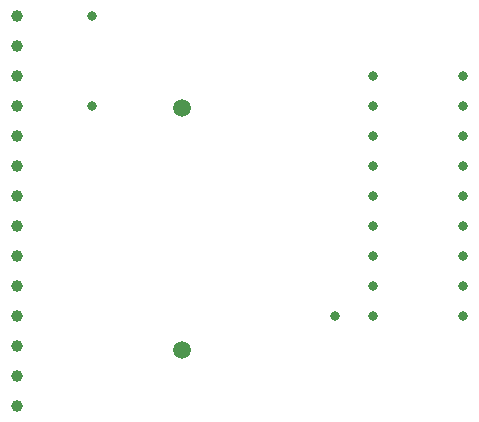
<source format=gbr>
%TF.GenerationSoftware,KiCad,Pcbnew,7.0.1*%
%TF.CreationDate,2023-12-31T17:03:57+01:00*%
%TF.ProjectId,ami_rtc,616d695f-7274-4632-9e6b-696361645f70,rev?*%
%TF.SameCoordinates,PX5125ed0PY5544200*%
%TF.FileFunction,Plated,1,2,PTH,Drill*%
%TF.FilePolarity,Positive*%
%FSLAX46Y46*%
G04 Gerber Fmt 4.6, Leading zero omitted, Abs format (unit mm)*
G04 Created by KiCad (PCBNEW 7.0.1) date 2023-12-31 17:03:57*
%MOMM*%
%LPD*%
G01*
G04 APERTURE LIST*
%TA.AperFunction,ViaDrill*%
%ADD10C,0.800000*%
%TD*%
%TA.AperFunction,ComponentDrill*%
%ADD11C,0.800000*%
%TD*%
%TA.AperFunction,ComponentDrill*%
%ADD12C,1.000000*%
%TD*%
%TA.AperFunction,ComponentDrill*%
%ADD13C,1.500000*%
%TD*%
G04 APERTURE END LIST*
D10*
X29718000Y11420000D03*
D11*
%TO.C,D1*%
X9144000Y36830000D03*
X9144000Y29210000D03*
%TO.C,U1*%
X32890500Y31740000D03*
X32890500Y29200000D03*
X32890500Y26660000D03*
X32890500Y24120000D03*
X32890500Y21580000D03*
X32890500Y19040000D03*
X32890500Y16500000D03*
X32890500Y13960000D03*
X32890500Y11420000D03*
X40510500Y31740000D03*
X40510500Y29200000D03*
X40510500Y26660000D03*
X40510500Y24120000D03*
X40510500Y21580000D03*
X40510500Y19040000D03*
X40510500Y16500000D03*
X40510500Y13960000D03*
X40510500Y11420000D03*
D12*
%TO.C,J1*%
X2794000Y36830000D03*
X2794000Y34290000D03*
X2794000Y31750000D03*
X2794000Y29210000D03*
X2794000Y26670000D03*
X2794000Y24130000D03*
X2794000Y21590000D03*
X2794000Y19050000D03*
X2794000Y16510000D03*
X2794000Y13970000D03*
X2794000Y11430000D03*
X2794000Y8890000D03*
X2794000Y6350000D03*
X2794000Y3810000D03*
D13*
%TO.C,BT1*%
X16764001Y29014000D03*
X16764001Y8524000D03*
M02*

</source>
